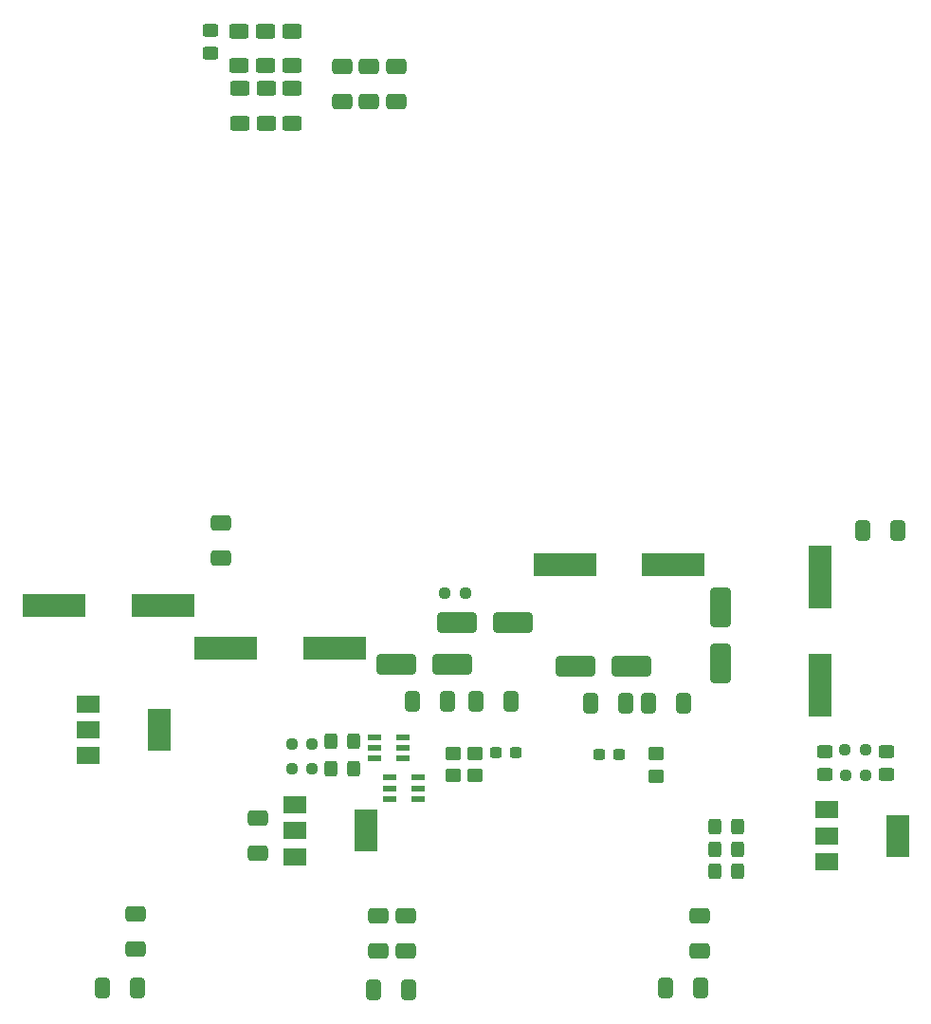
<source format=gbr>
%TF.GenerationSoftware,KiCad,Pcbnew,7.0.9*%
%TF.CreationDate,2024-01-29T20:39:33+05:30*%
%TF.ProjectId,Inverter,496e7665-7274-4657-922e-6b696361645f,rev?*%
%TF.SameCoordinates,Original*%
%TF.FileFunction,Paste,Bot*%
%TF.FilePolarity,Positive*%
%FSLAX46Y46*%
G04 Gerber Fmt 4.6, Leading zero omitted, Abs format (unit mm)*
G04 Created by KiCad (PCBNEW 7.0.9) date 2024-01-29 20:39:33*
%MOMM*%
%LPD*%
G01*
G04 APERTURE LIST*
G04 Aperture macros list*
%AMRoundRect*
0 Rectangle with rounded corners*
0 $1 Rounding radius*
0 $2 $3 $4 $5 $6 $7 $8 $9 X,Y pos of 4 corners*
0 Add a 4 corners polygon primitive as box body*
4,1,4,$2,$3,$4,$5,$6,$7,$8,$9,$2,$3,0*
0 Add four circle primitives for the rounded corners*
1,1,$1+$1,$2,$3*
1,1,$1+$1,$4,$5*
1,1,$1+$1,$6,$7*
1,1,$1+$1,$8,$9*
0 Add four rect primitives between the rounded corners*
20,1,$1+$1,$2,$3,$4,$5,0*
20,1,$1+$1,$4,$5,$6,$7,0*
20,1,$1+$1,$6,$7,$8,$9,0*
20,1,$1+$1,$8,$9,$2,$3,0*%
G04 Aperture macros list end*
%ADD10RoundRect,0.250000X-0.650000X0.412500X-0.650000X-0.412500X0.650000X-0.412500X0.650000X0.412500X0*%
%ADD11RoundRect,0.237500X0.250000X0.237500X-0.250000X0.237500X-0.250000X-0.237500X0.250000X-0.237500X0*%
%ADD12RoundRect,0.250000X0.650000X-0.412500X0.650000X0.412500X-0.650000X0.412500X-0.650000X-0.412500X0*%
%ADD13RoundRect,0.250000X0.625000X-0.400000X0.625000X0.400000X-0.625000X0.400000X-0.625000X-0.400000X0*%
%ADD14R,5.700000X2.000000*%
%ADD15RoundRect,0.250000X-0.450000X0.350000X-0.450000X-0.350000X0.450000X-0.350000X0.450000X0.350000X0*%
%ADD16RoundRect,0.250000X0.412500X0.650000X-0.412500X0.650000X-0.412500X-0.650000X0.412500X-0.650000X0*%
%ADD17RoundRect,0.250000X-0.450000X0.325000X-0.450000X-0.325000X0.450000X-0.325000X0.450000X0.325000X0*%
%ADD18RoundRect,0.250000X-0.412500X-0.650000X0.412500X-0.650000X0.412500X0.650000X-0.412500X0.650000X0*%
%ADD19RoundRect,0.237500X-0.250000X-0.237500X0.250000X-0.237500X0.250000X0.237500X-0.250000X0.237500X0*%
%ADD20RoundRect,0.088500X-0.516500X-0.206500X0.516500X-0.206500X0.516500X0.206500X-0.516500X0.206500X0*%
%ADD21RoundRect,0.250000X-0.325000X-0.450000X0.325000X-0.450000X0.325000X0.450000X-0.325000X0.450000X0*%
%ADD22RoundRect,0.237500X-0.300000X-0.237500X0.300000X-0.237500X0.300000X0.237500X-0.300000X0.237500X0*%
%ADD23RoundRect,0.250000X1.500000X0.650000X-1.500000X0.650000X-1.500000X-0.650000X1.500000X-0.650000X0*%
%ADD24RoundRect,0.250000X-0.650000X1.500000X-0.650000X-1.500000X0.650000X-1.500000X0.650000X1.500000X0*%
%ADD25R,2.000000X1.500000*%
%ADD26R,2.000000X3.800000*%
%ADD27RoundRect,0.250000X0.450000X-0.325000X0.450000X0.325000X-0.450000X0.325000X-0.450000X-0.325000X0*%
%ADD28RoundRect,0.250000X0.325000X0.450000X-0.325000X0.450000X-0.325000X-0.450000X0.325000X-0.450000X0*%
%ADD29R,2.000000X5.700000*%
G04 APERTURE END LIST*
D10*
%TO.C,C11*%
X45720000Y-155917500D03*
X45720000Y-159042500D03*
%TD*%
D11*
%TO.C,R22*%
X39825300Y-142773400D03*
X38000300Y-142773400D03*
%TD*%
D12*
%TO.C,C27*%
X44881800Y-83274300D03*
X44881800Y-80149300D03*
%TD*%
D13*
%TO.C,R13*%
X33375600Y-85217600D03*
X33375600Y-82117600D03*
%TD*%
D14*
%TO.C,C32*%
X72085200Y-124587000D03*
X62385200Y-124587000D03*
%TD*%
D13*
%TO.C,R16*%
X38023800Y-85217600D03*
X38023800Y-82117600D03*
%TD*%
D15*
%TO.C,R10*%
X70485000Y-141468600D03*
X70485000Y-143468600D03*
%TD*%
D16*
%TO.C,C22*%
X67831100Y-136956800D03*
X64706100Y-136956800D03*
%TD*%
%TO.C,C2*%
X48400100Y-162509200D03*
X45275100Y-162509200D03*
%TD*%
D15*
%TO.C,R9*%
X52400200Y-141417800D03*
X52400200Y-143417800D03*
%TD*%
D11*
%TO.C,R25*%
X89253700Y-143417400D03*
X87428700Y-143417400D03*
%TD*%
D10*
%TO.C,C14*%
X34975800Y-147205300D03*
X34975800Y-150330300D03*
%TD*%
D17*
%TO.C,D17*%
X91084400Y-141300200D03*
X91084400Y-143350200D03*
%TD*%
D14*
%TO.C,C30*%
X26464000Y-128219200D03*
X16764000Y-128219200D03*
%TD*%
D12*
%TO.C,C26*%
X47320200Y-83299700D03*
X47320200Y-80174700D03*
%TD*%
D13*
%TO.C,R17*%
X33274000Y-80112200D03*
X33274000Y-77012200D03*
%TD*%
D18*
%TO.C,C19*%
X54444500Y-136779000D03*
X57569500Y-136779000D03*
%TD*%
D19*
%TO.C,R26*%
X87377900Y-141156800D03*
X89202900Y-141156800D03*
%TD*%
D20*
%TO.C,Q2*%
X46745000Y-145500000D03*
X46745000Y-144550000D03*
X46745000Y-143600000D03*
X49255000Y-143600000D03*
X49255000Y-144550000D03*
X49255000Y-145500000D03*
%TD*%
D21*
%TO.C,D9*%
X75784600Y-151968200D03*
X77834600Y-151968200D03*
%TD*%
D22*
%TO.C,C34*%
X65482300Y-141528800D03*
X67207300Y-141528800D03*
%TD*%
D19*
%TO.C,R2*%
X51665500Y-127127000D03*
X53490500Y-127127000D03*
%TD*%
D23*
%TO.C,D1*%
X57745000Y-129794000D03*
X52745000Y-129794000D03*
%TD*%
D24*
%TO.C,D4*%
X76250800Y-128447800D03*
X76250800Y-133447800D03*
%TD*%
D13*
%TO.C,R15*%
X35646800Y-80112200D03*
X35646800Y-77012200D03*
%TD*%
D25*
%TO.C,U6*%
X85800800Y-151093200D03*
X85800800Y-148793200D03*
D26*
X92100800Y-148793200D03*
D25*
X85800800Y-146493200D03*
%TD*%
D22*
%TO.C,C35*%
X56236700Y-141351000D03*
X57961700Y-141351000D03*
%TD*%
D16*
%TO.C,C7*%
X74460500Y-162395300D03*
X71335500Y-162395300D03*
%TD*%
%TO.C,C21*%
X73012700Y-136956800D03*
X69887700Y-136956800D03*
%TD*%
D25*
%TO.C,U5*%
X19837000Y-141619000D03*
X19837000Y-139319000D03*
D26*
X26137000Y-139319000D03*
D25*
X19837000Y-137019000D03*
%TD*%
D27*
%TO.C,D16*%
X85572600Y-143324800D03*
X85572600Y-141274800D03*
%TD*%
D13*
%TO.C,R7*%
X35712400Y-85217600D03*
X35712400Y-82117600D03*
%TD*%
D10*
%TO.C,C5*%
X24003000Y-155790500D03*
X24003000Y-158915500D03*
%TD*%
D25*
%TO.C,U8*%
X38300000Y-150650000D03*
X38300000Y-148350000D03*
D26*
X44600000Y-148350000D03*
D25*
X38300000Y-146050000D03*
%TD*%
D10*
%TO.C,C6*%
X74396600Y-155956000D03*
X74396600Y-159081000D03*
%TD*%
D15*
%TO.C,R8*%
X54381400Y-141443200D03*
X54381400Y-143443200D03*
%TD*%
D28*
%TO.C,D12*%
X43519200Y-140335000D03*
X41469200Y-140335000D03*
%TD*%
%TO.C,D13*%
X43519200Y-142773400D03*
X41469200Y-142773400D03*
%TD*%
D10*
%TO.C,C16*%
X31623000Y-120865500D03*
X31623000Y-123990500D03*
%TD*%
D27*
%TO.C,D18*%
X30759400Y-78977600D03*
X30759400Y-76927600D03*
%TD*%
D14*
%TO.C,C31*%
X41807000Y-132080000D03*
X32107000Y-132080000D03*
%TD*%
D20*
%TO.C,Q1*%
X45391500Y-141900000D03*
X45391500Y-140950000D03*
X45391500Y-140000000D03*
X47901500Y-140000000D03*
X47901500Y-140950000D03*
X47901500Y-141900000D03*
%TD*%
D13*
%TO.C,R14*%
X37998400Y-80112200D03*
X37998400Y-77012200D03*
%TD*%
D21*
%TO.C,D11*%
X75784600Y-148005800D03*
X77834600Y-148005800D03*
%TD*%
D18*
%TO.C,C17*%
X89013900Y-121550000D03*
X92138900Y-121550000D03*
%TD*%
D29*
%TO.C,C33*%
X85140800Y-125682000D03*
X85140800Y-135382000D03*
%TD*%
D12*
%TO.C,C28*%
X42494200Y-83274300D03*
X42494200Y-80149300D03*
%TD*%
D16*
%TO.C,C18*%
X51854500Y-136779000D03*
X48729500Y-136779000D03*
%TD*%
%TO.C,C1*%
X24219300Y-162407600D03*
X21094300Y-162407600D03*
%TD*%
D23*
%TO.C,D5*%
X68311400Y-133654800D03*
X63311400Y-133654800D03*
%TD*%
D10*
%TO.C,C8*%
X48158400Y-155917500D03*
X48158400Y-159042500D03*
%TD*%
D21*
%TO.C,D10*%
X75784600Y-149987000D03*
X77834600Y-149987000D03*
%TD*%
D11*
%TO.C,R21*%
X39799900Y-140589000D03*
X37974900Y-140589000D03*
%TD*%
D23*
%TO.C,D2*%
X52284000Y-133477000D03*
X47284000Y-133477000D03*
%TD*%
M02*

</source>
